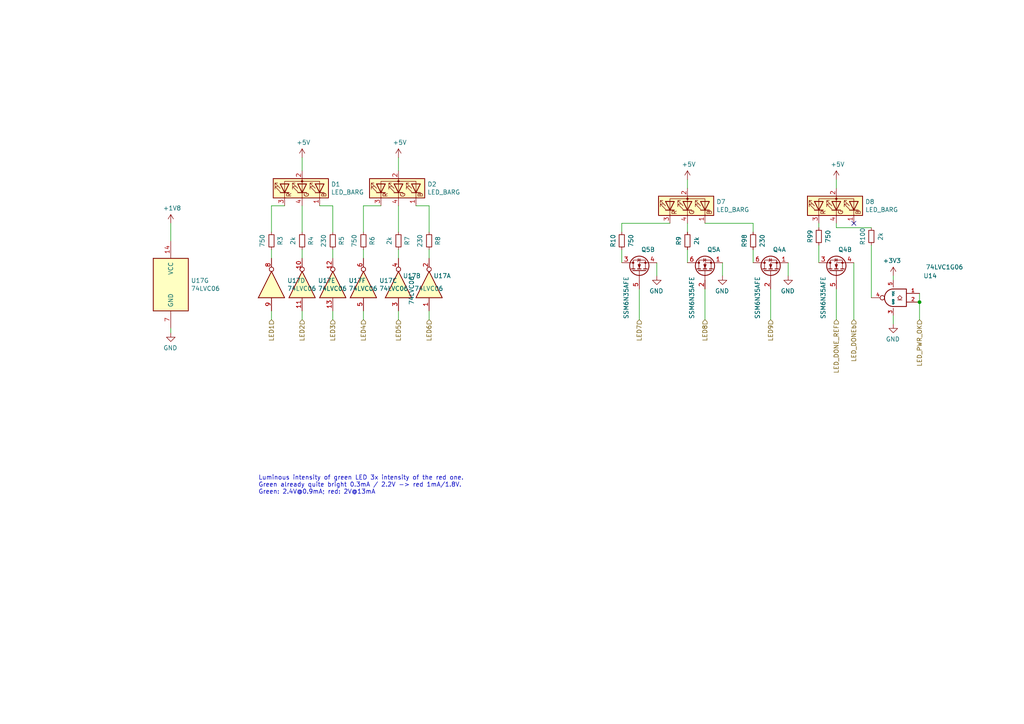
<source format=kicad_sch>
(kicad_sch (version 20230121) (generator eeschema)
  (paper "A4")
  (lib_symbols
    (symbol "74xx:74LS06" (pin_names (offset 1.016))
      (property "Reference" "U" (at 0 1.27 0))
      (property "Value" "74LS06" (at 0 -1.27 0))
      (symbol "74LS06_1_0"
        (polyline (pts (xy -3.81 3.81) (xy -3.81 -3.81) (xy 3.81 0) (xy -3.81 3.81)) (stroke (width 0.254)) (fill (type background)))
        (pin input line (at -7.62 0 0) (length 3.81) (name "~") (number "1"))
        (pin open_collector inverted (at 7.62 0 180) (length 3.81) (name "~") (number "2"))
      )
      (symbol "74LS06_2_0"
        (polyline (pts (xy -3.81 3.81) (xy -3.81 -3.81) (xy 3.81 0) (xy -3.81 3.81)) (stroke (width 0.254)) (fill (type background)))
        (pin input line (at -7.62 0 0) (length 3.81) (name "~") (number "3"))
        (pin open_collector inverted (at 7.62 0 180) (length 3.81) (name "~") (number "4"))
      )
      (symbol "74LS06_3_0"
        (polyline (pts (xy -3.81 3.81) (xy -3.81 -3.81) (xy 3.81 0) (xy -3.81 3.81)) (stroke (width 0.254)) (fill (type background)))
        (pin input line (at -7.62 0 0) (length 3.81) (name "~") (number "5"))
        (pin open_collector inverted (at 7.62 0 180) (length 3.81) (name "~") (number "6"))
      )
      (symbol "74LS06_4_0"
        (polyline (pts (xy -3.81 3.81) (xy -3.81 -3.81) (xy 3.81 0) (xy -3.81 3.81)) (stroke (width 0.254)) (fill (type background)))
        (pin open_collector inverted (at 7.62 0 180) (length 3.81) (name "~") (number "8"))
        (pin input line (at -7.62 0 0) (length 3.81) (name "~") (number "9"))
      )
      (symbol "74LS06_5_0"
        (polyline (pts (xy -3.81 3.81) (xy -3.81 -3.81) (xy 3.81 0) (xy -3.81 3.81)) (stroke (width 0.254)) (fill (type background)))
        (pin open_collector inverted (at 7.62 0 180) (length 3.81) (name "~") (number "10"))
        (pin input line (at -7.62 0 0) (length 3.81) (name "~") (number "11"))
      )
      (symbol "74LS06_6_0"
        (polyline (pts (xy -3.81 3.81) (xy -3.81 -3.81) (xy 3.81 0) (xy -3.81 3.81)) (stroke (width 0.254)) (fill (type background)))
        (pin open_collector inverted (at 7.62 0 180) (length 3.81) (name "~") (number "12"))
        (pin input line (at -7.62 0 0) (length 3.81) (name "~") (number "13"))
      )
      (symbol "74LS06_7_0"
        (pin power_in line (at 0 12.7 270) (length 5.08) (name "VCC") (number "14"))
        (pin power_in line (at 0 -12.7 90) (length 5.08) (name "GND") (number "7"))
      )
      (symbol "74LS06_7_1"
        (rectangle (start -5.08 7.62) (end 5.08 -7.62) (stroke (width 0.254)) (fill (type background)))
      )
    )
    (symbol "Device:LED_BARG" (pin_names (offset 0) hide)
      (property "Reference" "D" (at 0 9.398 0))
      (property "Value" "LED_BARG" (at 0 -8.89 0))
      (symbol "LED_BARG_0_0"
        (text "B" (at -1.905 -6.35 0) (effects (font (size 1.27 1.27))))
        (text "G" (at -1.905 -1.27 0) (effects (font (size 1.27 1.27))))
        (text "R" (at -1.905 3.81 0) (effects (font (size 1.27 1.27))))
      )
      (symbol "LED_BARG_0_1"
        (polyline (pts (xy -1.27 -5.08) (xy -2.54 -5.08)))
        (polyline (pts (xy -1.27 -5.08) (xy 1.27 -5.08)))
        (polyline (pts (xy -1.27 -3.81) (xy -1.27 -6.35)) (stroke (width 0.254)))
        (polyline (pts (xy -1.27 0) (xy -2.54 0)))
        (polyline (pts (xy -1.27 1.27) (xy -1.27 -1.27)) (stroke (width 0.254)))
        (polyline (pts (xy -1.27 5.08) (xy -2.54 5.08)))
        (polyline (pts (xy -1.27 5.08) (xy 1.27 5.08)))
        (polyline (pts (xy -1.27 6.35) (xy -1.27 3.81)) (stroke (width 0.254)))
        (polyline (pts (xy 1.27 0) (xy -1.27 0)))
        (polyline (pts (xy 1.27 0) (xy 2.54 0)))
        (polyline (pts (xy -1.27 1.27) (xy -1.27 -1.27) (xy -1.27 -1.27)))
        (polyline (pts (xy -1.27 6.35) (xy -1.27 3.81) (xy -1.27 3.81)))
        (polyline (pts (xy 1.27 -5.08) (xy 2.032 -5.08) (xy 2.032 5.08) (xy 1.27 5.08)))
        (polyline (pts (xy 1.27 -3.81) (xy 1.27 -6.35) (xy -1.27 -5.08) (xy 1.27 -3.81)) (stroke (width 0.254)))
        (polyline (pts (xy 1.27 1.27) (xy 1.27 -1.27) (xy -1.27 0) (xy 1.27 1.27)) (stroke (width 0.254)))
        (polyline (pts (xy 1.27 6.35) (xy 1.27 3.81) (xy -1.27 5.08) (xy 1.27 6.35)) (stroke (width 0.254)))
        (polyline (pts (xy -1.016 -3.81) (xy 0.508 -2.286) (xy -0.254 -2.286) (xy 0.508 -2.286) (xy 0.508 -3.048)))
        (polyline (pts (xy -1.016 1.27) (xy 0.508 2.794) (xy -0.254 2.794) (xy 0.508 2.794) (xy 0.508 2.032)))
        (polyline (pts (xy -1.016 6.35) (xy 0.508 7.874) (xy -0.254 7.874) (xy 0.508 7.874) (xy 0.508 7.112)))
        (polyline (pts (xy 0 -3.81) (xy 1.524 -2.286) (xy 0.762 -2.286) (xy 1.524 -2.286) (xy 1.524 -3.048)))
        (polyline (pts (xy 0 1.27) (xy 1.524 2.794) (xy 0.762 2.794) (xy 1.524 2.794) (xy 1.524 2.032)))
        (polyline (pts (xy 0 6.35) (xy 1.524 7.874) (xy 0.762 7.874) (xy 1.524 7.874) (xy 1.524 7.112)))
        (rectangle (start 1.27 -1.27) (end 1.27 1.27))
        (rectangle (start 1.27 1.27) (end 1.27 1.27))
        (rectangle (start 1.27 3.81) (end 1.27 6.35))
        (rectangle (start 1.27 6.35) (end 1.27 6.35))
        (circle (center 2.032 0) (radius 0.254) (fill (type outline)))
        (rectangle (start 2.794 8.382) (end -2.794 -7.62) (stroke (width 0.254)) (fill (type background)))
      )
      (symbol "LED_BARG_1_1"
        (pin passive line (at -5.08 -5.08 0) (length 2.54) (name "BK") (number "1"))
        (pin passive line (at 5.08 0 180) (length 2.54) (name "A") (number "2"))
        (pin passive line (at -5.08 5.08 0) (length 2.54) (name "RK") (number "3"))
        (pin passive line (at -5.08 0 0) (length 2.54) (name "GK") (number "4"))
      )
    )
    (symbol "Device:Q_DUAL_NMOS_S1G1D2S2G2D1" (pin_names (offset 0) hide)
      (property "Reference" "Q" (at 6.35 1.27 0))
      (property "Value" "Device_Q_DUAL_NMOS_S1G1D2S2G2D1" (at 19.05 -1.27 0))
      (symbol "Q_DUAL_NMOS_S1G1D2S2G2D1_0_1"
        (polyline (pts (xy 0.254 0) (xy -2.54 0)))
        (polyline (pts (xy 0.254 1.905) (xy 0.254 -1.905)) (stroke (width 0.254)))
        (polyline (pts (xy 0.762 -1.27) (xy 0.762 -2.286)) (stroke (width 0.254)))
        (polyline (pts (xy 0.762 0.508) (xy 0.762 -0.508)) (stroke (width 0.254)))
        (polyline (pts (xy 0.762 2.286) (xy 0.762 1.27)) (stroke (width 0.254)))
        (polyline (pts (xy 2.54 2.54) (xy 2.54 1.778)))
        (polyline (pts (xy 2.54 -2.54) (xy 2.54 0) (xy 0.762 0)))
        (polyline (pts (xy 0.762 -1.778) (xy 3.302 -1.778) (xy 3.302 1.778) (xy 0.762 1.778)))
        (polyline (pts (xy 1.016 0) (xy 2.032 0.381) (xy 2.032 -0.381) (xy 1.016 0)) (fill (type outline)))
        (polyline (pts (xy 2.794 0.508) (xy 2.921 0.381) (xy 3.683 0.381) (xy 3.81 0.254)))
        (polyline (pts (xy 3.302 0.381) (xy 2.921 -0.254) (xy 3.683 -0.254) (xy 3.302 0.381)))
        (circle (center 1.651 0) (radius 2.794) (stroke (width 0.254)))
        (circle (center 2.54 -1.778) (radius 0.254) (fill (type outline)))
        (circle (center 2.54 1.778) (radius 0.254) (fill (type outline)))
      )
      (symbol "Q_DUAL_NMOS_S1G1D2S2G2D1_1_1"
        (pin passive line (at 2.54 -5.08 90) (length 2.54) (name "S") (number "1"))
        (pin input line (at -5.08 0 0) (length 2.54) (name "G") (number "2"))
        (pin passive line (at 2.54 5.08 270) (length 2.54) (name "D") (number "6"))
      )
      (symbol "Q_DUAL_NMOS_S1G1D2S2G2D1_2_1"
        (pin passive line (at 2.54 5.08 270) (length 2.54) (name "D") (number "3"))
        (pin passive line (at 2.54 -5.08 90) (length 2.54) (name "S") (number "4"))
        (pin input line (at -5.08 0 0) (length 2.54) (name "G") (number "5"))
      )
    )
    (symbol "Device:R_Small" (pin_numbers hide) (pin_names (offset 0.254) hide)
      (property "Reference" "R" (at 0.762 0.508 0))
      (property "Value" "R_Small" (at 0.762 -1.016 0))
      (symbol "R_Small_0_1"
        (rectangle (start -0.762 1.778) (end 0.762 -1.778) (stroke (width 0.2032)))
      )
      (symbol "R_Small_1_1"
        (pin passive line (at 0 2.54 270) (length 0.762) (name "~") (number "1"))
        (pin passive line (at 0 -2.54 90) (length 0.762) (name "~") (number "2"))
      )
    )
    (symbol "fmc:74LVC1G38" (pin_names (offset 1.016))
      (property "Reference" "U" (at -2.54 3.81 0))
      (property "Value" "fmc_74LVC1G38" (at 0 -3.81 0))
      (symbol "74LVC1G38_0_1"
        (arc (start 0 -2.54) (mid 2.529 0) (end 0 2.54) (stroke (width 0.254)))
        (polyline (pts (xy -2.54 -0.635) (xy -1.27 -0.635)))
        (polyline (pts (xy 0 -2.54) (xy -3.81 -2.54) (xy -3.81 2.54) (xy 0 2.54)) (stroke (width 0.254)))
        (polyline (pts (xy -1.905 0.635) (xy -2.54 0) (xy -1.905 -0.635) (xy -1.27 0) (xy -1.905 0.635)))
      )
      (symbol "74LVC1G38_1_1"
        (pin input line (at -7.62 1.27 0) (length 3.81) (name "~") (number "1"))
        (pin input line (at -7.62 -1.27 0) (length 3.81) (name "~") (number "2"))
        (pin power_in line (at 0 -5.08 90) (length 2.032) (name "GND") (number "3"))
        (pin open_collector inverted (at 6.35 0 180) (length 3.81) (name "~") (number "4"))
        (pin power_in line (at 0 5.08 270) (length 2.032) (name "VCC") (number "5"))
      )
    )
    (symbol "power:+1V8" (power) (pin_names (offset 0))
      (property "Value" "+1V8" (at 0 3.556 0))
      (symbol "+1V8_0_1"
        (polyline (pts (xy -0.762 1.27) (xy 0 2.54)))
        (polyline (pts (xy 0 0) (xy 0 2.54)))
        (polyline (pts (xy 0 2.54) (xy 0.762 1.27)))
      )
      (symbol "+1V8_1_1"
        (pin power_in line (at 0 0 90) (length 0) hide (name "+1V8") (number "1"))
      )
    )
    (symbol "power:+3V3" (power) (pin_names (offset 0))
      (property "Value" "+3V3" (at 0 3.556 0))
      (symbol "+3V3_0_1"
        (polyline (pts (xy -0.762 1.27) (xy 0 2.54)))
        (polyline (pts (xy 0 0) (xy 0 2.54)))
        (polyline (pts (xy 0 2.54) (xy 0.762 1.27)))
      )
      (symbol "+3V3_1_1"
        (pin power_in line (at 0 0 90) (length 0) hide (name "+3V3") (number "1"))
      )
    )
    (symbol "power:+5V" (power) (pin_names (offset 0))
      (property "Value" "+5V" (at 0 3.556 0))
      (symbol "+5V_0_1"
        (polyline (pts (xy -0.762 1.27) (xy 0 2.54)))
        (polyline (pts (xy 0 0) (xy 0 2.54)))
        (polyline (pts (xy 0 2.54) (xy 0.762 1.27)))
      )
      (symbol "+5V_1_1"
        (pin power_in line (at 0 0 90) (length 0) hide (name "+5V") (number "1"))
      )
    )
    (symbol "power:GND" (power) (pin_names (offset 0))
      (property "Value" "GND" (at 0 -3.81 0))
      (symbol "GND_0_1"
        (polyline (pts (xy 0 0) (xy 0 -1.27) (xy 1.27 -1.27) (xy 0 -2.54) (xy -1.27 -1.27) (xy 0 -1.27)))
      )
      (symbol "GND_1_1"
        (pin power_in line (at 0 0 270) (length 0) hide (name "GND") (number "1"))
      )
    )
  )
  (junction (at 266.7 87.63))
  (no_connect (at 247.65 64.77))
  (wire (pts (xy 237.49 64.77) (xy 237.49 66.04)))
  (wire (pts (xy 124.46 72.39) (xy 124.46 74.93)))
  (wire (pts (xy 105.41 72.39) (xy 105.41 74.93)))
  (wire (pts (xy 115.57 45.72) (xy 115.57 49.53)))
  (wire (pts (xy 82.55 59.69) (xy 78.74 59.69)))
  (wire (pts (xy 115.57 72.39) (xy 115.57 74.93)))
  (wire (pts (xy 92.71 59.69) (xy 96.52 59.69)))
  (wire (pts (xy 199.39 54.61) (xy 199.39 52.07)))
  (wire (pts (xy 115.57 59.69) (xy 115.57 67.31)))
  (wire (pts (xy 190.5 76.2) (xy 190.5 80.01)))
  (wire (pts (xy 185.42 92.71) (xy 185.42 83.82)))
  (wire (pts (xy 199.39 64.77) (xy 199.39 67.31)))
  (wire (pts (xy 242.57 66.04) (xy 252.73 66.04)))
  (wire (pts (xy 218.44 72.39) (xy 218.44 76.2)))
  (wire (pts (xy 259.08 93.98) (xy 259.08 91.44)))
  (wire (pts (xy 218.44 64.77) (xy 218.44 67.31)))
  (wire (pts (xy 209.55 76.2) (xy 209.55 80.01)))
  (wire (pts (xy 49.53 95.25) (xy 49.53 96.52)))
  (wire (pts (xy 180.34 64.77) (xy 180.34 67.31)))
  (wire (pts (xy 78.74 72.39) (xy 78.74 74.93)))
  (wire (pts (xy 266.7 85.09) (xy 266.7 87.63)))
  (wire (pts (xy 180.34 72.39) (xy 180.34 76.2)))
  (wire (pts (xy 124.46 90.17) (xy 124.46 92.71)))
  (wire (pts (xy 110.49 59.69) (xy 105.41 59.69)))
  (wire (pts (xy 87.63 59.69) (xy 87.63 67.31)))
  (wire (pts (xy 237.49 76.2) (xy 237.49 71.12)))
  (wire (pts (xy 115.57 90.17) (xy 115.57 92.71)))
  (wire (pts (xy 105.41 90.17) (xy 105.41 92.71)))
  (wire (pts (xy 124.46 59.69) (xy 124.46 67.31)))
  (wire (pts (xy 252.73 71.12) (xy 252.73 86.36)))
  (wire (pts (xy 49.53 69.85) (xy 49.53 64.77)))
  (wire (pts (xy 87.63 45.72) (xy 87.63 49.53)))
  (wire (pts (xy 78.74 90.17) (xy 78.74 92.71)))
  (wire (pts (xy 180.34 64.77) (xy 194.31 64.77)))
  (wire (pts (xy 96.52 72.39) (xy 96.52 74.93)))
  (wire (pts (xy 204.47 64.77) (xy 218.44 64.77)))
  (wire (pts (xy 96.52 59.69) (xy 96.52 67.31)))
  (wire (pts (xy 228.6 76.2) (xy 228.6 80.01)))
  (wire (pts (xy 105.41 59.69) (xy 105.41 67.31)))
  (wire (pts (xy 87.63 72.39) (xy 87.63 74.93)))
  (wire (pts (xy 96.52 90.17) (xy 96.52 92.71)))
  (wire (pts (xy 204.47 92.71) (xy 204.47 83.82)))
  (wire (pts (xy 242.57 92.71) (xy 242.57 83.82)))
  (wire (pts (xy 266.7 92.71) (xy 266.7 87.63)))
  (wire (pts (xy 223.52 92.71) (xy 223.52 83.82)))
  (wire (pts (xy 259.08 81.28) (xy 259.08 80.01)))
  (wire (pts (xy 124.46 59.69) (xy 120.65 59.69)))
  (wire (pts (xy 87.63 90.17) (xy 87.63 92.71)))
  (wire (pts (xy 78.74 59.69) (xy 78.74 67.31)))
  (wire (pts (xy 199.39 72.39) (xy 199.39 76.2)))
  (wire (pts (xy 242.57 52.07) (xy 242.57 54.61)))
  (wire (pts (xy 247.65 92.71) (xy 247.65 76.2)))
  (wire (pts (xy 242.57 64.77) (xy 242.57 66.04)))
  (text "Luminous intensity of green LED 3x intensity of the red one.\nGreen already quite bright 0.3mA / 2.2V -> red 1mA/1.8V.\nGreen: 2.4V@0.9mA; red: 2V@13mA" (at 74.93 143.51 0) (effects (font (size 1.27 1.27)) (justify left bottom)))
  (hierarchical_label "LED_PWR_OK" (shape input) (at 266.7 92.71 270))
  (hierarchical_label "LED_DONEb" (shape input) (at 247.65 92.71 270))
  (hierarchical_label "LED9" (shape input) (at 223.52 92.71 270))
  (hierarchical_label "LED4" (shape input) (at 105.41 92.71 270))
  (hierarchical_label "LED8" (shape input) (at 204.47 92.71 270))
  (hierarchical_label "LED5" (shape input) (at 115.57 92.71 270))
  (hierarchical_label "LED3" (shape input) (at 96.52 92.71 270))
  (hierarchical_label "LED7" (shape input) (at 185.42 92.71 270))
  (hierarchical_label "LED6" (shape input) (at 124.46 92.71 270))
  (hierarchical_label "LED1" (shape input) (at 78.74 92.71 270))
  (hierarchical_label "LED2" (shape input) (at 87.63 92.71 270))
  (hierarchical_label "LED_DONE_REF" (shape input) (at 242.57 92.71 270))
  (symbol (lib_id "Device:R_Small") (at 78.74 69.85 180) (unit 1)
    (property "Reference" "R3" (at 81.28 69.85 90))
    (property "Value" "750" (at 76.073 69.85 90))
    (property "Footprint" "Resistor_SMD:R_0603_1608Metric" (effects hide))
  )
  (symbol (lib_id "Device:R_Small") (at 87.63 69.85 180) (unit 1)
    (property "Reference" "R4" (at 90.17 69.85 90))
    (property "Value" "2k" (at 84.963 69.85 90))
    (property "Footprint" "Resistor_SMD:R_0603_1608Metric" (effects hide))
  )
  (symbol (lib_id "Device:R_Small") (at 96.52 69.85 180) (unit 1)
    (property "Reference" "R5" (at 99.06 69.85 90))
    (property "Value" "230" (at 93.853 69.85 90))
    (property "Footprint" "Resistor_SMD:R_0603_1608Metric" (effects hide))
  )
  (symbol (lib_id "Device:R_Small") (at 105.41 69.85 180) (unit 1)
    (property "Reference" "R6" (at 107.95 69.85 90))
    (property "Value" "750" (at 102.743 69.85 90))
    (property "Footprint" "Resistor_SMD:R_0603_1608Metric" (effects hide))
  )
  (symbol (lib_id "Device:R_Small") (at 115.57 69.85 180) (unit 1)
    (property "Reference" "R7" (at 118.11 69.85 90))
    (property "Value" "2k" (at 112.903 69.85 90))
    (property "Footprint" "Resistor_SMD:R_0603_1608Metric" (effects hide))
  )
  (symbol (lib_id "Device:R_Small") (at 124.46 69.85 180) (unit 1)
    (property "Reference" "R8" (at 127 69.85 90))
    (property "Value" "230" (at 121.793 69.85 90))
    (property "Footprint" "Resistor_SMD:R_0603_1608Metric" (effects hide))
  )
  (symbol (lib_id "Device:R_Small") (at 199.39 69.85 0) (unit 1)
    (property "Reference" "R9" (at 196.85 69.85 90))
    (property "Value" "2k" (at 202.057 69.85 90))
    (property "Footprint" "Resistor_SMD:R_0603_1608Metric" (effects hide))
  )
  (symbol (lib_id "power:GND") (at 190.5 80.01 0) (mirror y) (unit 1)
    (property "Reference" "#PWR0140" (effects hide))
    (property "Value" "GND" (at 190.373 84.4042 0))
  )
  (symbol (lib_id "Device:R_Small") (at 180.34 69.85 0) (unit 1)
    (property "Reference" "R10" (at 177.8 69.85 90))
    (property "Value" "750" (at 183.007 69.85 90))
    (property "Footprint" "Resistor_SMD:R_0603_1608Metric" (effects hide))
  )
  (symbol (lib_id "Device:Q_DUAL_NMOS_S1G1D2S2G2D1") (at 204.47 78.74 90) (unit 1)
    (property "Reference" "Q5" (at 207.01 72.39 90))
    (property "Value" "SSM6N35AFE" (at 200.66 86.36 0))
    (property "Footprint" "proj_footprints:SOT-563-adjusted" (effects hide))
    (property "Manufacturer" "Toshiba" (effects hide))
  )
  (symbol (lib_id "Device:Q_DUAL_NMOS_S1G1D2S2G2D1") (at 185.42 78.74 90) (unit 2)
    (property "Reference" "Q5" (at 187.96 72.39 90))
    (property "Value" "SSM6N35AFE" (at 181.61 86.36 0))
    (property "Footprint" "proj_footprints:SOT-563-adjusted" (effects hide))
  )
  (symbol (lib_id "power:GND") (at 209.55 80.01 0) (mirror y) (unit 1)
    (property "Reference" "#PWR0141" (effects hide))
    (property "Value" "GND" (at 209.423 84.4042 0))
  )
  (symbol (lib_id "power:+5V") (at 199.39 52.07 0) (unit 1)
    (property "Reference" "#PWR0138" (effects hide))
    (property "Value" "+5V" (at 199.771 47.6758 0))
  )
  (symbol (lib_id "fmc:74LVC1G38") (at 259.08 86.36 0) (mirror y) (unit 1)
    (property "Reference" "U14" (at 271.78 80.01 0) (effects (justify left)))
    (property "Value" "74LVC1G06" (at 279.4 77.47 0) (effects (justify left)))
    (property "Footprint" "Package_TO_SOT_SMD:SOT-353_SC-70-5" (effects hide))
    (property "Datasheet" "http://www.ti.com/lit/sg/scyt129e/scyt129e.pdf" (effects hide))
  )
  (symbol (lib_id "Device:LED_BARG") (at 242.57 59.69 90) (unit 1)
    (property "Reference" "D8" (at 250.952 58.5216 90) (effects (justify right)))
    (property "Value" "LED_BARG" (at 250.952 60.833 90) (effects (justify right)))
    (property "Footprint" "proj_footprints:LED_RGB_2504_horiz_barg" (effects hide))
    (property "Manufacturer" "Kingbright" (effects hide))
    (property "Part" "APFA2507QBDSEEZGKC" (effects hide))
  )
  (symbol (lib_id "power:+5V") (at 242.57 52.07 0) (unit 1)
    (property "Reference" "#PWR0144" (effects hide))
    (property "Value" "+5V" (at 242.951 47.6758 0))
  )
  (symbol (lib_id "Device:R_Small") (at 237.49 68.58 0) (unit 1)
    (property "Reference" "R99" (at 234.95 68.58 90))
    (property "Value" "750" (at 240.157 68.58 90))
    (property "Footprint" "Resistor_SMD:R_0603_1608Metric" (effects hide))
  )
  (symbol (lib_id "Device:R_Small") (at 252.73 68.58 0) (unit 1)
    (property "Reference" "R100" (at 250.19 68.58 90))
    (property "Value" "2k" (at 255.397 68.58 90))
    (property "Footprint" "Resistor_SMD:R_0603_1608Metric" (effects hide))
  )
  (symbol (lib_id "power:GND") (at 259.08 93.98 0) (mirror y) (unit 1)
    (property "Reference" "#PWR0142" (effects hide))
    (property "Value" "GND" (at 258.953 98.3742 0))
  )
  (symbol (lib_id "power:+3V3") (at 259.08 80.01 0) (mirror y) (unit 1)
    (property "Reference" "#PWR0143" (effects hide))
    (property "Value" "+3V3" (at 258.699 75.6158 0))
  )
  (symbol (lib_id "74xx:74LS06") (at 124.46 82.55 90) (unit 1)
    (property "Reference" "U17" (at 125.73 80.01 90) (effects (justify right)))
    (property "Value" "74LVC06" (at 119.38 80.01 0) (effects (justify right)))
    (property "Footprint" "Package_SO:TSSOP-14_4.4x5mm_P0.65mm" (effects hide))
    (property "Datasheet" "http://www.ti.com/lit/gpn/sn74LS06" (effects hide))
  )
  (symbol (lib_id "74xx:74LS06") (at 115.57 82.55 90) (unit 2)
    (property "Reference" "U17" (at 116.84 80.01 90) (effects (justify right)))
    (property "Value" "74LVC06" (at 120.142 83.693 90) (effects (justify right)))
    (property "Footprint" "Package_SO:TSSOP-14_4.4x5mm_P0.65mm" (effects hide))
    (property "Datasheet" "http://www.ti.com/lit/gpn/sn74LS06" (effects hide))
  )
  (symbol (lib_id "74xx:74LS06") (at 105.41 82.55 90) (unit 3)
    (property "Reference" "U17" (at 109.982 81.3816 90) (effects (justify right)))
    (property "Value" "74LVC06" (at 109.982 83.693 90) (effects (justify right)))
    (property "Footprint" "Package_SO:TSSOP-14_4.4x5mm_P0.65mm" (effects hide))
    (property "Datasheet" "http://www.ti.com/lit/gpn/sn74LS06" (effects hide))
  )
  (symbol (lib_id "74xx:74LS06") (at 78.74 82.55 90) (unit 4)
    (property "Reference" "U17" (at 83.312 81.3816 90) (effects (justify right)))
    (property "Value" "74LVC06" (at 83.312 83.693 90) (effects (justify right)))
    (property "Footprint" "Package_SO:TSSOP-14_4.4x5mm_P0.65mm" (effects hide))
    (property "Datasheet" "http://www.ti.com/lit/gpn/sn74LS06" (effects hide))
  )
  (symbol (lib_id "74xx:74LS06") (at 87.63 82.55 90) (unit 5)
    (property "Reference" "U17" (at 92.202 81.3816 90) (effects (justify right)))
    (property "Value" "74LVC06" (at 92.202 83.693 90) (effects (justify right)))
    (property "Footprint" "Package_SO:TSSOP-14_4.4x5mm_P0.65mm" (effects hide))
    (property "Datasheet" "http://www.ti.com/lit/gpn/sn74LS06" (effects hide))
  )
  (symbol (lib_id "74xx:74LS06") (at 96.52 82.55 90) (unit 6)
    (property "Reference" "U17" (at 101.092 81.3816 90) (effects (justify right)))
    (property "Value" "74LVC06" (at 101.092 83.693 90) (effects (justify right)))
    (property "Footprint" "Package_SO:TSSOP-14_4.4x5mm_P0.65mm" (effects hide))
    (property "Datasheet" "http://www.ti.com/lit/gpn/sn74LS06" (effects hide))
  )
  (symbol (lib_id "74xx:74LS06") (at 49.53 82.55 0) (unit 7)
    (property "Reference" "U17" (at 55.372 81.3816 0) (effects (justify left)))
    (property "Value" "74LVC06" (at 55.372 83.693 0) (effects (justify left)))
    (property "Footprint" "Package_SO:TSSOP-14_4.4x5mm_P0.65mm" (effects hide))
    (property "Datasheet" "http://www.ti.com/lit/gpn/sn74LS06" (effects hide))
  )
  (symbol (lib_id "power:GND") (at 49.53 96.52 0) (mirror y) (unit 1)
    (property "Reference" "#PWR0147" (effects hide))
    (property "Value" "GND" (at 49.403 100.9142 0))
  )
  (symbol (lib_id "power:+1V8") (at 49.53 64.77 0) (unit 1)
    (property "Reference" "#PWR0148" (effects hide))
    (property "Value" "+1V8" (at 49.911 60.3758 0))
  )
  (symbol (lib_id "Device:LED_BARG") (at 87.63 54.61 90) (unit 1)
    (property "Reference" "D1" (at 96.012 53.4416 90) (effects (justify right)))
    (property "Value" "LED_BARG" (at 96.012 55.753 90) (effects (justify right)))
    (property "Footprint" "proj_footprints:LED_RGB_2504_horiz_barg" (effects hide))
    (property "Manufacturer" "Kingbright" (effects hide))
    (property "Part" "APFA2507QBDSEEZGKC" (effects hide))
  )
  (symbol (lib_id "Device:LED_BARG") (at 115.57 54.61 90) (unit 1)
    (property "Reference" "D2" (at 123.952 53.4416 90) (effects (justify right)))
    (property "Value" "LED_BARG" (at 123.952 55.753 90) (effects (justify right)))
    (property "Footprint" "proj_footprints:LED_RGB_2504_horiz_barg" (effects hide))
    (property "Manufacturer" "Kingbright" (effects hide))
    (property "Part" "APFA2507QBDSEEZGKC" (effects hide))
  )
  (symbol (lib_id "power:+5V") (at 87.63 45.72 0) (unit 1)
    (property "Reference" "#PWR0145" (effects hide))
    (property "Value" "+5V" (at 88.011 41.3258 0))
  )
  (symbol (lib_id "power:+5V") (at 115.57 45.72 0) (unit 1)
    (property "Reference" "#PWR0146" (effects hide))
    (property "Value" "+5V" (at 115.951 41.3258 0))
  )
  (symbol (lib_id "Device:LED_BARG") (at 199.39 59.69 90) (unit 1)
    (property "Reference" "D7" (at 207.772 58.5216 90) (effects (justify right)))
    (property "Value" "LED_BARG" (at 207.772 60.833 90) (effects (justify right)))
    (property "Footprint" "proj_footprints:LED_RGB_2504_horiz_barg" (effects hide))
    (property "Manufacturer" "Kingbright" (effects hide))
    (property "Part" "APFA2507QBDSEEZGKC" (effects hide))
  )
  (symbol (lib_id "Device:R_Small") (at 218.44 69.85 0) (unit 1)
    (property "Reference" "R98" (at 215.9 69.85 90))
    (property "Value" "230" (at 221.107 69.85 90))
    (property "Footprint" "Resistor_SMD:R_0603_1608Metric" (effects hide))
  )
  (symbol (lib_id "Device:Q_DUAL_NMOS_S1G1D2S2G2D1") (at 223.52 78.74 90) (unit 1)
    (property "Reference" "Q4" (at 226.06 72.39 90))
    (property "Value" "SSM6N35AFE" (at 219.71 86.36 0))
    (property "Footprint" "proj_footprints:SOT-563-adjusted" (effects hide))
    (property "Manufacturer" "Toshiba" (effects hide))
  )
  (symbol (lib_id "power:GND") (at 228.6 80.01 0) (mirror y) (unit 1)
    (property "Reference" "#PWR0139" (effects hide))
    (property "Value" "GND" (at 228.473 84.4042 0))
  )
  (symbol (lib_id "Device:Q_DUAL_NMOS_S1G1D2S2G2D1") (at 242.57 78.74 90) (unit 2)
    (property "Reference" "Q4" (at 245.11 72.39 90))
    (property "Value" "SSM6N35AFE" (at 238.76 86.36 0))
    (property "Footprint" "proj_footprints:SOT-563-adjusted" (effects hide))
  )
)
</source>
